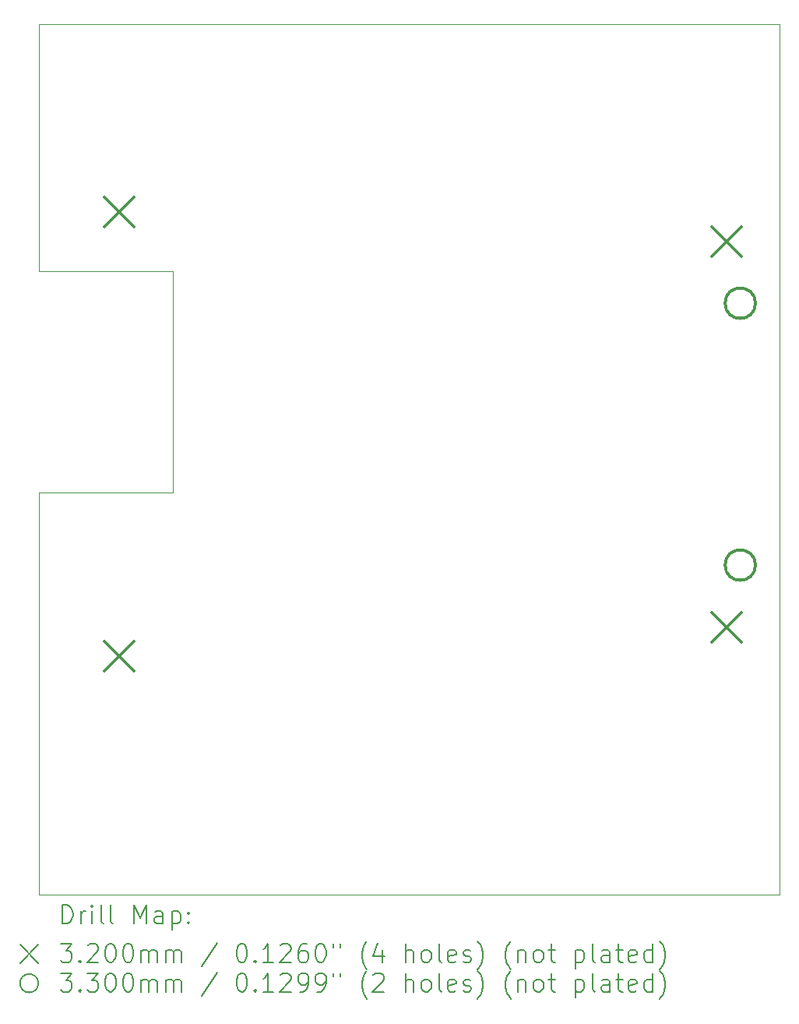
<source format=gbr>
%TF.GenerationSoftware,KiCad,Pcbnew,8.0.5-dirty*%
%TF.CreationDate,2024-10-02T03:34:58-04:00*%
%TF.ProjectId,LVDS_BeagleVFire_Cape,4c564453-5f42-4656-9167-6c6556466972,1*%
%TF.SameCoordinates,Original*%
%TF.FileFunction,Drillmap*%
%TF.FilePolarity,Positive*%
%FSLAX45Y45*%
G04 Gerber Fmt 4.5, Leading zero omitted, Abs format (unit mm)*
G04 Created by KiCad (PCBNEW 8.0.5-dirty) date 2024-10-02 03:34:58*
%MOMM*%
%LPD*%
G01*
G04 APERTURE LIST*
%ADD10C,0.120000*%
%ADD11C,0.200000*%
%ADD12C,0.320000*%
%ADD13C,0.330000*%
G04 APERTURE END LIST*
D10*
X13050000Y-15000000D02*
X5000000Y-15000000D01*
X5000000Y-10635500D01*
X6460500Y-10635500D01*
X6460500Y-8231000D01*
X5000000Y-8231000D01*
X5000000Y-5550000D01*
X13050000Y-5550000D01*
X13050000Y-15000000D01*
D11*
D12*
X5715000Y-7427500D02*
X6035000Y-7747500D01*
X6035000Y-7427500D02*
X5715000Y-7747500D01*
X5715000Y-12253500D02*
X6035000Y-12573500D01*
X6035000Y-12253500D02*
X5715000Y-12573500D01*
X12319000Y-7745000D02*
X12639000Y-8065000D01*
X12639000Y-7745000D02*
X12319000Y-8065000D01*
X12319000Y-11936000D02*
X12639000Y-12256000D01*
X12639000Y-11936000D02*
X12319000Y-12256000D01*
D13*
X12790000Y-8577500D02*
G75*
G02*
X12460000Y-8577500I-165000J0D01*
G01*
X12460000Y-8577500D02*
G75*
G02*
X12790000Y-8577500I165000J0D01*
G01*
X12790000Y-11422500D02*
G75*
G02*
X12460000Y-11422500I-165000J0D01*
G01*
X12460000Y-11422500D02*
G75*
G02*
X12790000Y-11422500I165000J0D01*
G01*
D11*
X5254777Y-15317484D02*
X5254777Y-15117484D01*
X5254777Y-15117484D02*
X5302396Y-15117484D01*
X5302396Y-15117484D02*
X5330967Y-15127008D01*
X5330967Y-15127008D02*
X5350015Y-15146055D01*
X5350015Y-15146055D02*
X5359539Y-15165103D01*
X5359539Y-15165103D02*
X5369063Y-15203198D01*
X5369063Y-15203198D02*
X5369063Y-15231769D01*
X5369063Y-15231769D02*
X5359539Y-15269865D01*
X5359539Y-15269865D02*
X5350015Y-15288912D01*
X5350015Y-15288912D02*
X5330967Y-15307960D01*
X5330967Y-15307960D02*
X5302396Y-15317484D01*
X5302396Y-15317484D02*
X5254777Y-15317484D01*
X5454777Y-15317484D02*
X5454777Y-15184150D01*
X5454777Y-15222246D02*
X5464301Y-15203198D01*
X5464301Y-15203198D02*
X5473824Y-15193674D01*
X5473824Y-15193674D02*
X5492872Y-15184150D01*
X5492872Y-15184150D02*
X5511920Y-15184150D01*
X5578586Y-15317484D02*
X5578586Y-15184150D01*
X5578586Y-15117484D02*
X5569063Y-15127008D01*
X5569063Y-15127008D02*
X5578586Y-15136531D01*
X5578586Y-15136531D02*
X5588110Y-15127008D01*
X5588110Y-15127008D02*
X5578586Y-15117484D01*
X5578586Y-15117484D02*
X5578586Y-15136531D01*
X5702396Y-15317484D02*
X5683348Y-15307960D01*
X5683348Y-15307960D02*
X5673824Y-15288912D01*
X5673824Y-15288912D02*
X5673824Y-15117484D01*
X5807158Y-15317484D02*
X5788110Y-15307960D01*
X5788110Y-15307960D02*
X5778586Y-15288912D01*
X5778586Y-15288912D02*
X5778586Y-15117484D01*
X6035729Y-15317484D02*
X6035729Y-15117484D01*
X6035729Y-15117484D02*
X6102396Y-15260341D01*
X6102396Y-15260341D02*
X6169062Y-15117484D01*
X6169062Y-15117484D02*
X6169062Y-15317484D01*
X6350015Y-15317484D02*
X6350015Y-15212722D01*
X6350015Y-15212722D02*
X6340491Y-15193674D01*
X6340491Y-15193674D02*
X6321443Y-15184150D01*
X6321443Y-15184150D02*
X6283348Y-15184150D01*
X6283348Y-15184150D02*
X6264301Y-15193674D01*
X6350015Y-15307960D02*
X6330967Y-15317484D01*
X6330967Y-15317484D02*
X6283348Y-15317484D01*
X6283348Y-15317484D02*
X6264301Y-15307960D01*
X6264301Y-15307960D02*
X6254777Y-15288912D01*
X6254777Y-15288912D02*
X6254777Y-15269865D01*
X6254777Y-15269865D02*
X6264301Y-15250817D01*
X6264301Y-15250817D02*
X6283348Y-15241293D01*
X6283348Y-15241293D02*
X6330967Y-15241293D01*
X6330967Y-15241293D02*
X6350015Y-15231769D01*
X6445253Y-15184150D02*
X6445253Y-15384150D01*
X6445253Y-15193674D02*
X6464301Y-15184150D01*
X6464301Y-15184150D02*
X6502396Y-15184150D01*
X6502396Y-15184150D02*
X6521443Y-15193674D01*
X6521443Y-15193674D02*
X6530967Y-15203198D01*
X6530967Y-15203198D02*
X6540491Y-15222246D01*
X6540491Y-15222246D02*
X6540491Y-15279388D01*
X6540491Y-15279388D02*
X6530967Y-15298436D01*
X6530967Y-15298436D02*
X6521443Y-15307960D01*
X6521443Y-15307960D02*
X6502396Y-15317484D01*
X6502396Y-15317484D02*
X6464301Y-15317484D01*
X6464301Y-15317484D02*
X6445253Y-15307960D01*
X6626205Y-15298436D02*
X6635729Y-15307960D01*
X6635729Y-15307960D02*
X6626205Y-15317484D01*
X6626205Y-15317484D02*
X6616682Y-15307960D01*
X6616682Y-15307960D02*
X6626205Y-15298436D01*
X6626205Y-15298436D02*
X6626205Y-15317484D01*
X6626205Y-15193674D02*
X6635729Y-15203198D01*
X6635729Y-15203198D02*
X6626205Y-15212722D01*
X6626205Y-15212722D02*
X6616682Y-15203198D01*
X6616682Y-15203198D02*
X6626205Y-15193674D01*
X6626205Y-15193674D02*
X6626205Y-15212722D01*
X4794000Y-15546000D02*
X4994000Y-15746000D01*
X4994000Y-15546000D02*
X4794000Y-15746000D01*
X5235729Y-15537484D02*
X5359539Y-15537484D01*
X5359539Y-15537484D02*
X5292872Y-15613674D01*
X5292872Y-15613674D02*
X5321444Y-15613674D01*
X5321444Y-15613674D02*
X5340491Y-15623198D01*
X5340491Y-15623198D02*
X5350015Y-15632722D01*
X5350015Y-15632722D02*
X5359539Y-15651769D01*
X5359539Y-15651769D02*
X5359539Y-15699388D01*
X5359539Y-15699388D02*
X5350015Y-15718436D01*
X5350015Y-15718436D02*
X5340491Y-15727960D01*
X5340491Y-15727960D02*
X5321444Y-15737484D01*
X5321444Y-15737484D02*
X5264301Y-15737484D01*
X5264301Y-15737484D02*
X5245253Y-15727960D01*
X5245253Y-15727960D02*
X5235729Y-15718436D01*
X5445253Y-15718436D02*
X5454777Y-15727960D01*
X5454777Y-15727960D02*
X5445253Y-15737484D01*
X5445253Y-15737484D02*
X5435729Y-15727960D01*
X5435729Y-15727960D02*
X5445253Y-15718436D01*
X5445253Y-15718436D02*
X5445253Y-15737484D01*
X5530967Y-15556531D02*
X5540491Y-15547008D01*
X5540491Y-15547008D02*
X5559539Y-15537484D01*
X5559539Y-15537484D02*
X5607158Y-15537484D01*
X5607158Y-15537484D02*
X5626205Y-15547008D01*
X5626205Y-15547008D02*
X5635729Y-15556531D01*
X5635729Y-15556531D02*
X5645253Y-15575579D01*
X5645253Y-15575579D02*
X5645253Y-15594627D01*
X5645253Y-15594627D02*
X5635729Y-15623198D01*
X5635729Y-15623198D02*
X5521444Y-15737484D01*
X5521444Y-15737484D02*
X5645253Y-15737484D01*
X5769062Y-15537484D02*
X5788110Y-15537484D01*
X5788110Y-15537484D02*
X5807158Y-15547008D01*
X5807158Y-15547008D02*
X5816682Y-15556531D01*
X5816682Y-15556531D02*
X5826205Y-15575579D01*
X5826205Y-15575579D02*
X5835729Y-15613674D01*
X5835729Y-15613674D02*
X5835729Y-15661293D01*
X5835729Y-15661293D02*
X5826205Y-15699388D01*
X5826205Y-15699388D02*
X5816682Y-15718436D01*
X5816682Y-15718436D02*
X5807158Y-15727960D01*
X5807158Y-15727960D02*
X5788110Y-15737484D01*
X5788110Y-15737484D02*
X5769062Y-15737484D01*
X5769062Y-15737484D02*
X5750015Y-15727960D01*
X5750015Y-15727960D02*
X5740491Y-15718436D01*
X5740491Y-15718436D02*
X5730967Y-15699388D01*
X5730967Y-15699388D02*
X5721443Y-15661293D01*
X5721443Y-15661293D02*
X5721443Y-15613674D01*
X5721443Y-15613674D02*
X5730967Y-15575579D01*
X5730967Y-15575579D02*
X5740491Y-15556531D01*
X5740491Y-15556531D02*
X5750015Y-15547008D01*
X5750015Y-15547008D02*
X5769062Y-15537484D01*
X5959539Y-15537484D02*
X5978586Y-15537484D01*
X5978586Y-15537484D02*
X5997634Y-15547008D01*
X5997634Y-15547008D02*
X6007158Y-15556531D01*
X6007158Y-15556531D02*
X6016682Y-15575579D01*
X6016682Y-15575579D02*
X6026205Y-15613674D01*
X6026205Y-15613674D02*
X6026205Y-15661293D01*
X6026205Y-15661293D02*
X6016682Y-15699388D01*
X6016682Y-15699388D02*
X6007158Y-15718436D01*
X6007158Y-15718436D02*
X5997634Y-15727960D01*
X5997634Y-15727960D02*
X5978586Y-15737484D01*
X5978586Y-15737484D02*
X5959539Y-15737484D01*
X5959539Y-15737484D02*
X5940491Y-15727960D01*
X5940491Y-15727960D02*
X5930967Y-15718436D01*
X5930967Y-15718436D02*
X5921443Y-15699388D01*
X5921443Y-15699388D02*
X5911920Y-15661293D01*
X5911920Y-15661293D02*
X5911920Y-15613674D01*
X5911920Y-15613674D02*
X5921443Y-15575579D01*
X5921443Y-15575579D02*
X5930967Y-15556531D01*
X5930967Y-15556531D02*
X5940491Y-15547008D01*
X5940491Y-15547008D02*
X5959539Y-15537484D01*
X6111920Y-15737484D02*
X6111920Y-15604150D01*
X6111920Y-15623198D02*
X6121443Y-15613674D01*
X6121443Y-15613674D02*
X6140491Y-15604150D01*
X6140491Y-15604150D02*
X6169063Y-15604150D01*
X6169063Y-15604150D02*
X6188110Y-15613674D01*
X6188110Y-15613674D02*
X6197634Y-15632722D01*
X6197634Y-15632722D02*
X6197634Y-15737484D01*
X6197634Y-15632722D02*
X6207158Y-15613674D01*
X6207158Y-15613674D02*
X6226205Y-15604150D01*
X6226205Y-15604150D02*
X6254777Y-15604150D01*
X6254777Y-15604150D02*
X6273824Y-15613674D01*
X6273824Y-15613674D02*
X6283348Y-15632722D01*
X6283348Y-15632722D02*
X6283348Y-15737484D01*
X6378586Y-15737484D02*
X6378586Y-15604150D01*
X6378586Y-15623198D02*
X6388110Y-15613674D01*
X6388110Y-15613674D02*
X6407158Y-15604150D01*
X6407158Y-15604150D02*
X6435729Y-15604150D01*
X6435729Y-15604150D02*
X6454777Y-15613674D01*
X6454777Y-15613674D02*
X6464301Y-15632722D01*
X6464301Y-15632722D02*
X6464301Y-15737484D01*
X6464301Y-15632722D02*
X6473824Y-15613674D01*
X6473824Y-15613674D02*
X6492872Y-15604150D01*
X6492872Y-15604150D02*
X6521443Y-15604150D01*
X6521443Y-15604150D02*
X6540491Y-15613674D01*
X6540491Y-15613674D02*
X6550015Y-15632722D01*
X6550015Y-15632722D02*
X6550015Y-15737484D01*
X6940491Y-15527960D02*
X6769063Y-15785103D01*
X7197634Y-15537484D02*
X7216682Y-15537484D01*
X7216682Y-15537484D02*
X7235729Y-15547008D01*
X7235729Y-15547008D02*
X7245253Y-15556531D01*
X7245253Y-15556531D02*
X7254777Y-15575579D01*
X7254777Y-15575579D02*
X7264301Y-15613674D01*
X7264301Y-15613674D02*
X7264301Y-15661293D01*
X7264301Y-15661293D02*
X7254777Y-15699388D01*
X7254777Y-15699388D02*
X7245253Y-15718436D01*
X7245253Y-15718436D02*
X7235729Y-15727960D01*
X7235729Y-15727960D02*
X7216682Y-15737484D01*
X7216682Y-15737484D02*
X7197634Y-15737484D01*
X7197634Y-15737484D02*
X7178586Y-15727960D01*
X7178586Y-15727960D02*
X7169063Y-15718436D01*
X7169063Y-15718436D02*
X7159539Y-15699388D01*
X7159539Y-15699388D02*
X7150015Y-15661293D01*
X7150015Y-15661293D02*
X7150015Y-15613674D01*
X7150015Y-15613674D02*
X7159539Y-15575579D01*
X7159539Y-15575579D02*
X7169063Y-15556531D01*
X7169063Y-15556531D02*
X7178586Y-15547008D01*
X7178586Y-15547008D02*
X7197634Y-15537484D01*
X7350015Y-15718436D02*
X7359539Y-15727960D01*
X7359539Y-15727960D02*
X7350015Y-15737484D01*
X7350015Y-15737484D02*
X7340491Y-15727960D01*
X7340491Y-15727960D02*
X7350015Y-15718436D01*
X7350015Y-15718436D02*
X7350015Y-15737484D01*
X7550015Y-15737484D02*
X7435729Y-15737484D01*
X7492872Y-15737484D02*
X7492872Y-15537484D01*
X7492872Y-15537484D02*
X7473825Y-15566055D01*
X7473825Y-15566055D02*
X7454777Y-15585103D01*
X7454777Y-15585103D02*
X7435729Y-15594627D01*
X7626206Y-15556531D02*
X7635729Y-15547008D01*
X7635729Y-15547008D02*
X7654777Y-15537484D01*
X7654777Y-15537484D02*
X7702396Y-15537484D01*
X7702396Y-15537484D02*
X7721444Y-15547008D01*
X7721444Y-15547008D02*
X7730967Y-15556531D01*
X7730967Y-15556531D02*
X7740491Y-15575579D01*
X7740491Y-15575579D02*
X7740491Y-15594627D01*
X7740491Y-15594627D02*
X7730967Y-15623198D01*
X7730967Y-15623198D02*
X7616682Y-15737484D01*
X7616682Y-15737484D02*
X7740491Y-15737484D01*
X7911920Y-15537484D02*
X7873825Y-15537484D01*
X7873825Y-15537484D02*
X7854777Y-15547008D01*
X7854777Y-15547008D02*
X7845253Y-15556531D01*
X7845253Y-15556531D02*
X7826206Y-15585103D01*
X7826206Y-15585103D02*
X7816682Y-15623198D01*
X7816682Y-15623198D02*
X7816682Y-15699388D01*
X7816682Y-15699388D02*
X7826206Y-15718436D01*
X7826206Y-15718436D02*
X7835729Y-15727960D01*
X7835729Y-15727960D02*
X7854777Y-15737484D01*
X7854777Y-15737484D02*
X7892872Y-15737484D01*
X7892872Y-15737484D02*
X7911920Y-15727960D01*
X7911920Y-15727960D02*
X7921444Y-15718436D01*
X7921444Y-15718436D02*
X7930967Y-15699388D01*
X7930967Y-15699388D02*
X7930967Y-15651769D01*
X7930967Y-15651769D02*
X7921444Y-15632722D01*
X7921444Y-15632722D02*
X7911920Y-15623198D01*
X7911920Y-15623198D02*
X7892872Y-15613674D01*
X7892872Y-15613674D02*
X7854777Y-15613674D01*
X7854777Y-15613674D02*
X7835729Y-15623198D01*
X7835729Y-15623198D02*
X7826206Y-15632722D01*
X7826206Y-15632722D02*
X7816682Y-15651769D01*
X8054777Y-15537484D02*
X8073825Y-15537484D01*
X8073825Y-15537484D02*
X8092872Y-15547008D01*
X8092872Y-15547008D02*
X8102396Y-15556531D01*
X8102396Y-15556531D02*
X8111920Y-15575579D01*
X8111920Y-15575579D02*
X8121444Y-15613674D01*
X8121444Y-15613674D02*
X8121444Y-15661293D01*
X8121444Y-15661293D02*
X8111920Y-15699388D01*
X8111920Y-15699388D02*
X8102396Y-15718436D01*
X8102396Y-15718436D02*
X8092872Y-15727960D01*
X8092872Y-15727960D02*
X8073825Y-15737484D01*
X8073825Y-15737484D02*
X8054777Y-15737484D01*
X8054777Y-15737484D02*
X8035729Y-15727960D01*
X8035729Y-15727960D02*
X8026206Y-15718436D01*
X8026206Y-15718436D02*
X8016682Y-15699388D01*
X8016682Y-15699388D02*
X8007158Y-15661293D01*
X8007158Y-15661293D02*
X8007158Y-15613674D01*
X8007158Y-15613674D02*
X8016682Y-15575579D01*
X8016682Y-15575579D02*
X8026206Y-15556531D01*
X8026206Y-15556531D02*
X8035729Y-15547008D01*
X8035729Y-15547008D02*
X8054777Y-15537484D01*
X8197634Y-15537484D02*
X8197634Y-15575579D01*
X8273825Y-15537484D02*
X8273825Y-15575579D01*
X8569063Y-15813674D02*
X8559539Y-15804150D01*
X8559539Y-15804150D02*
X8540491Y-15775579D01*
X8540491Y-15775579D02*
X8530968Y-15756531D01*
X8530968Y-15756531D02*
X8521444Y-15727960D01*
X8521444Y-15727960D02*
X8511920Y-15680341D01*
X8511920Y-15680341D02*
X8511920Y-15642246D01*
X8511920Y-15642246D02*
X8521444Y-15594627D01*
X8521444Y-15594627D02*
X8530968Y-15566055D01*
X8530968Y-15566055D02*
X8540491Y-15547008D01*
X8540491Y-15547008D02*
X8559539Y-15518436D01*
X8559539Y-15518436D02*
X8569063Y-15508912D01*
X8730968Y-15604150D02*
X8730968Y-15737484D01*
X8683349Y-15527960D02*
X8635730Y-15670817D01*
X8635730Y-15670817D02*
X8759539Y-15670817D01*
X8988111Y-15737484D02*
X8988111Y-15537484D01*
X9073825Y-15737484D02*
X9073825Y-15632722D01*
X9073825Y-15632722D02*
X9064301Y-15613674D01*
X9064301Y-15613674D02*
X9045253Y-15604150D01*
X9045253Y-15604150D02*
X9016682Y-15604150D01*
X9016682Y-15604150D02*
X8997634Y-15613674D01*
X8997634Y-15613674D02*
X8988111Y-15623198D01*
X9197634Y-15737484D02*
X9178587Y-15727960D01*
X9178587Y-15727960D02*
X9169063Y-15718436D01*
X9169063Y-15718436D02*
X9159539Y-15699388D01*
X9159539Y-15699388D02*
X9159539Y-15642246D01*
X9159539Y-15642246D02*
X9169063Y-15623198D01*
X9169063Y-15623198D02*
X9178587Y-15613674D01*
X9178587Y-15613674D02*
X9197634Y-15604150D01*
X9197634Y-15604150D02*
X9226206Y-15604150D01*
X9226206Y-15604150D02*
X9245253Y-15613674D01*
X9245253Y-15613674D02*
X9254777Y-15623198D01*
X9254777Y-15623198D02*
X9264301Y-15642246D01*
X9264301Y-15642246D02*
X9264301Y-15699388D01*
X9264301Y-15699388D02*
X9254777Y-15718436D01*
X9254777Y-15718436D02*
X9245253Y-15727960D01*
X9245253Y-15727960D02*
X9226206Y-15737484D01*
X9226206Y-15737484D02*
X9197634Y-15737484D01*
X9378587Y-15737484D02*
X9359539Y-15727960D01*
X9359539Y-15727960D02*
X9350015Y-15708912D01*
X9350015Y-15708912D02*
X9350015Y-15537484D01*
X9530968Y-15727960D02*
X9511920Y-15737484D01*
X9511920Y-15737484D02*
X9473825Y-15737484D01*
X9473825Y-15737484D02*
X9454777Y-15727960D01*
X9454777Y-15727960D02*
X9445253Y-15708912D01*
X9445253Y-15708912D02*
X9445253Y-15632722D01*
X9445253Y-15632722D02*
X9454777Y-15613674D01*
X9454777Y-15613674D02*
X9473825Y-15604150D01*
X9473825Y-15604150D02*
X9511920Y-15604150D01*
X9511920Y-15604150D02*
X9530968Y-15613674D01*
X9530968Y-15613674D02*
X9540492Y-15632722D01*
X9540492Y-15632722D02*
X9540492Y-15651769D01*
X9540492Y-15651769D02*
X9445253Y-15670817D01*
X9616682Y-15727960D02*
X9635730Y-15737484D01*
X9635730Y-15737484D02*
X9673825Y-15737484D01*
X9673825Y-15737484D02*
X9692873Y-15727960D01*
X9692873Y-15727960D02*
X9702396Y-15708912D01*
X9702396Y-15708912D02*
X9702396Y-15699388D01*
X9702396Y-15699388D02*
X9692873Y-15680341D01*
X9692873Y-15680341D02*
X9673825Y-15670817D01*
X9673825Y-15670817D02*
X9645253Y-15670817D01*
X9645253Y-15670817D02*
X9626206Y-15661293D01*
X9626206Y-15661293D02*
X9616682Y-15642246D01*
X9616682Y-15642246D02*
X9616682Y-15632722D01*
X9616682Y-15632722D02*
X9626206Y-15613674D01*
X9626206Y-15613674D02*
X9645253Y-15604150D01*
X9645253Y-15604150D02*
X9673825Y-15604150D01*
X9673825Y-15604150D02*
X9692873Y-15613674D01*
X9769063Y-15813674D02*
X9778587Y-15804150D01*
X9778587Y-15804150D02*
X9797634Y-15775579D01*
X9797634Y-15775579D02*
X9807158Y-15756531D01*
X9807158Y-15756531D02*
X9816682Y-15727960D01*
X9816682Y-15727960D02*
X9826206Y-15680341D01*
X9826206Y-15680341D02*
X9826206Y-15642246D01*
X9826206Y-15642246D02*
X9816682Y-15594627D01*
X9816682Y-15594627D02*
X9807158Y-15566055D01*
X9807158Y-15566055D02*
X9797634Y-15547008D01*
X9797634Y-15547008D02*
X9778587Y-15518436D01*
X9778587Y-15518436D02*
X9769063Y-15508912D01*
X10130968Y-15813674D02*
X10121444Y-15804150D01*
X10121444Y-15804150D02*
X10102396Y-15775579D01*
X10102396Y-15775579D02*
X10092873Y-15756531D01*
X10092873Y-15756531D02*
X10083349Y-15727960D01*
X10083349Y-15727960D02*
X10073825Y-15680341D01*
X10073825Y-15680341D02*
X10073825Y-15642246D01*
X10073825Y-15642246D02*
X10083349Y-15594627D01*
X10083349Y-15594627D02*
X10092873Y-15566055D01*
X10092873Y-15566055D02*
X10102396Y-15547008D01*
X10102396Y-15547008D02*
X10121444Y-15518436D01*
X10121444Y-15518436D02*
X10130968Y-15508912D01*
X10207158Y-15604150D02*
X10207158Y-15737484D01*
X10207158Y-15623198D02*
X10216682Y-15613674D01*
X10216682Y-15613674D02*
X10235730Y-15604150D01*
X10235730Y-15604150D02*
X10264301Y-15604150D01*
X10264301Y-15604150D02*
X10283349Y-15613674D01*
X10283349Y-15613674D02*
X10292873Y-15632722D01*
X10292873Y-15632722D02*
X10292873Y-15737484D01*
X10416682Y-15737484D02*
X10397634Y-15727960D01*
X10397634Y-15727960D02*
X10388111Y-15718436D01*
X10388111Y-15718436D02*
X10378587Y-15699388D01*
X10378587Y-15699388D02*
X10378587Y-15642246D01*
X10378587Y-15642246D02*
X10388111Y-15623198D01*
X10388111Y-15623198D02*
X10397634Y-15613674D01*
X10397634Y-15613674D02*
X10416682Y-15604150D01*
X10416682Y-15604150D02*
X10445254Y-15604150D01*
X10445254Y-15604150D02*
X10464301Y-15613674D01*
X10464301Y-15613674D02*
X10473825Y-15623198D01*
X10473825Y-15623198D02*
X10483349Y-15642246D01*
X10483349Y-15642246D02*
X10483349Y-15699388D01*
X10483349Y-15699388D02*
X10473825Y-15718436D01*
X10473825Y-15718436D02*
X10464301Y-15727960D01*
X10464301Y-15727960D02*
X10445254Y-15737484D01*
X10445254Y-15737484D02*
X10416682Y-15737484D01*
X10540492Y-15604150D02*
X10616682Y-15604150D01*
X10569063Y-15537484D02*
X10569063Y-15708912D01*
X10569063Y-15708912D02*
X10578587Y-15727960D01*
X10578587Y-15727960D02*
X10597634Y-15737484D01*
X10597634Y-15737484D02*
X10616682Y-15737484D01*
X10835730Y-15604150D02*
X10835730Y-15804150D01*
X10835730Y-15613674D02*
X10854777Y-15604150D01*
X10854777Y-15604150D02*
X10892873Y-15604150D01*
X10892873Y-15604150D02*
X10911920Y-15613674D01*
X10911920Y-15613674D02*
X10921444Y-15623198D01*
X10921444Y-15623198D02*
X10930968Y-15642246D01*
X10930968Y-15642246D02*
X10930968Y-15699388D01*
X10930968Y-15699388D02*
X10921444Y-15718436D01*
X10921444Y-15718436D02*
X10911920Y-15727960D01*
X10911920Y-15727960D02*
X10892873Y-15737484D01*
X10892873Y-15737484D02*
X10854777Y-15737484D01*
X10854777Y-15737484D02*
X10835730Y-15727960D01*
X11045254Y-15737484D02*
X11026206Y-15727960D01*
X11026206Y-15727960D02*
X11016682Y-15708912D01*
X11016682Y-15708912D02*
X11016682Y-15537484D01*
X11207158Y-15737484D02*
X11207158Y-15632722D01*
X11207158Y-15632722D02*
X11197634Y-15613674D01*
X11197634Y-15613674D02*
X11178587Y-15604150D01*
X11178587Y-15604150D02*
X11140492Y-15604150D01*
X11140492Y-15604150D02*
X11121444Y-15613674D01*
X11207158Y-15727960D02*
X11188111Y-15737484D01*
X11188111Y-15737484D02*
X11140492Y-15737484D01*
X11140492Y-15737484D02*
X11121444Y-15727960D01*
X11121444Y-15727960D02*
X11111920Y-15708912D01*
X11111920Y-15708912D02*
X11111920Y-15689865D01*
X11111920Y-15689865D02*
X11121444Y-15670817D01*
X11121444Y-15670817D02*
X11140492Y-15661293D01*
X11140492Y-15661293D02*
X11188111Y-15661293D01*
X11188111Y-15661293D02*
X11207158Y-15651769D01*
X11273825Y-15604150D02*
X11350015Y-15604150D01*
X11302396Y-15537484D02*
X11302396Y-15708912D01*
X11302396Y-15708912D02*
X11311920Y-15727960D01*
X11311920Y-15727960D02*
X11330968Y-15737484D01*
X11330968Y-15737484D02*
X11350015Y-15737484D01*
X11492873Y-15727960D02*
X11473825Y-15737484D01*
X11473825Y-15737484D02*
X11435730Y-15737484D01*
X11435730Y-15737484D02*
X11416682Y-15727960D01*
X11416682Y-15727960D02*
X11407158Y-15708912D01*
X11407158Y-15708912D02*
X11407158Y-15632722D01*
X11407158Y-15632722D02*
X11416682Y-15613674D01*
X11416682Y-15613674D02*
X11435730Y-15604150D01*
X11435730Y-15604150D02*
X11473825Y-15604150D01*
X11473825Y-15604150D02*
X11492873Y-15613674D01*
X11492873Y-15613674D02*
X11502396Y-15632722D01*
X11502396Y-15632722D02*
X11502396Y-15651769D01*
X11502396Y-15651769D02*
X11407158Y-15670817D01*
X11673825Y-15737484D02*
X11673825Y-15537484D01*
X11673825Y-15727960D02*
X11654777Y-15737484D01*
X11654777Y-15737484D02*
X11616682Y-15737484D01*
X11616682Y-15737484D02*
X11597634Y-15727960D01*
X11597634Y-15727960D02*
X11588111Y-15718436D01*
X11588111Y-15718436D02*
X11578587Y-15699388D01*
X11578587Y-15699388D02*
X11578587Y-15642246D01*
X11578587Y-15642246D02*
X11588111Y-15623198D01*
X11588111Y-15623198D02*
X11597634Y-15613674D01*
X11597634Y-15613674D02*
X11616682Y-15604150D01*
X11616682Y-15604150D02*
X11654777Y-15604150D01*
X11654777Y-15604150D02*
X11673825Y-15613674D01*
X11750015Y-15813674D02*
X11759539Y-15804150D01*
X11759539Y-15804150D02*
X11778587Y-15775579D01*
X11778587Y-15775579D02*
X11788111Y-15756531D01*
X11788111Y-15756531D02*
X11797634Y-15727960D01*
X11797634Y-15727960D02*
X11807158Y-15680341D01*
X11807158Y-15680341D02*
X11807158Y-15642246D01*
X11807158Y-15642246D02*
X11797634Y-15594627D01*
X11797634Y-15594627D02*
X11788111Y-15566055D01*
X11788111Y-15566055D02*
X11778587Y-15547008D01*
X11778587Y-15547008D02*
X11759539Y-15518436D01*
X11759539Y-15518436D02*
X11750015Y-15508912D01*
X4994000Y-15966000D02*
G75*
G02*
X4794000Y-15966000I-100000J0D01*
G01*
X4794000Y-15966000D02*
G75*
G02*
X4994000Y-15966000I100000J0D01*
G01*
X5235729Y-15857484D02*
X5359539Y-15857484D01*
X5359539Y-15857484D02*
X5292872Y-15933674D01*
X5292872Y-15933674D02*
X5321444Y-15933674D01*
X5321444Y-15933674D02*
X5340491Y-15943198D01*
X5340491Y-15943198D02*
X5350015Y-15952722D01*
X5350015Y-15952722D02*
X5359539Y-15971769D01*
X5359539Y-15971769D02*
X5359539Y-16019388D01*
X5359539Y-16019388D02*
X5350015Y-16038436D01*
X5350015Y-16038436D02*
X5340491Y-16047960D01*
X5340491Y-16047960D02*
X5321444Y-16057484D01*
X5321444Y-16057484D02*
X5264301Y-16057484D01*
X5264301Y-16057484D02*
X5245253Y-16047960D01*
X5245253Y-16047960D02*
X5235729Y-16038436D01*
X5445253Y-16038436D02*
X5454777Y-16047960D01*
X5454777Y-16047960D02*
X5445253Y-16057484D01*
X5445253Y-16057484D02*
X5435729Y-16047960D01*
X5435729Y-16047960D02*
X5445253Y-16038436D01*
X5445253Y-16038436D02*
X5445253Y-16057484D01*
X5521444Y-15857484D02*
X5645253Y-15857484D01*
X5645253Y-15857484D02*
X5578586Y-15933674D01*
X5578586Y-15933674D02*
X5607158Y-15933674D01*
X5607158Y-15933674D02*
X5626205Y-15943198D01*
X5626205Y-15943198D02*
X5635729Y-15952722D01*
X5635729Y-15952722D02*
X5645253Y-15971769D01*
X5645253Y-15971769D02*
X5645253Y-16019388D01*
X5645253Y-16019388D02*
X5635729Y-16038436D01*
X5635729Y-16038436D02*
X5626205Y-16047960D01*
X5626205Y-16047960D02*
X5607158Y-16057484D01*
X5607158Y-16057484D02*
X5550015Y-16057484D01*
X5550015Y-16057484D02*
X5530967Y-16047960D01*
X5530967Y-16047960D02*
X5521444Y-16038436D01*
X5769062Y-15857484D02*
X5788110Y-15857484D01*
X5788110Y-15857484D02*
X5807158Y-15867008D01*
X5807158Y-15867008D02*
X5816682Y-15876531D01*
X5816682Y-15876531D02*
X5826205Y-15895579D01*
X5826205Y-15895579D02*
X5835729Y-15933674D01*
X5835729Y-15933674D02*
X5835729Y-15981293D01*
X5835729Y-15981293D02*
X5826205Y-16019388D01*
X5826205Y-16019388D02*
X5816682Y-16038436D01*
X5816682Y-16038436D02*
X5807158Y-16047960D01*
X5807158Y-16047960D02*
X5788110Y-16057484D01*
X5788110Y-16057484D02*
X5769062Y-16057484D01*
X5769062Y-16057484D02*
X5750015Y-16047960D01*
X5750015Y-16047960D02*
X5740491Y-16038436D01*
X5740491Y-16038436D02*
X5730967Y-16019388D01*
X5730967Y-16019388D02*
X5721443Y-15981293D01*
X5721443Y-15981293D02*
X5721443Y-15933674D01*
X5721443Y-15933674D02*
X5730967Y-15895579D01*
X5730967Y-15895579D02*
X5740491Y-15876531D01*
X5740491Y-15876531D02*
X5750015Y-15867008D01*
X5750015Y-15867008D02*
X5769062Y-15857484D01*
X5959539Y-15857484D02*
X5978586Y-15857484D01*
X5978586Y-15857484D02*
X5997634Y-15867008D01*
X5997634Y-15867008D02*
X6007158Y-15876531D01*
X6007158Y-15876531D02*
X6016682Y-15895579D01*
X6016682Y-15895579D02*
X6026205Y-15933674D01*
X6026205Y-15933674D02*
X6026205Y-15981293D01*
X6026205Y-15981293D02*
X6016682Y-16019388D01*
X6016682Y-16019388D02*
X6007158Y-16038436D01*
X6007158Y-16038436D02*
X5997634Y-16047960D01*
X5997634Y-16047960D02*
X5978586Y-16057484D01*
X5978586Y-16057484D02*
X5959539Y-16057484D01*
X5959539Y-16057484D02*
X5940491Y-16047960D01*
X5940491Y-16047960D02*
X5930967Y-16038436D01*
X5930967Y-16038436D02*
X5921443Y-16019388D01*
X5921443Y-16019388D02*
X5911920Y-15981293D01*
X5911920Y-15981293D02*
X5911920Y-15933674D01*
X5911920Y-15933674D02*
X5921443Y-15895579D01*
X5921443Y-15895579D02*
X5930967Y-15876531D01*
X5930967Y-15876531D02*
X5940491Y-15867008D01*
X5940491Y-15867008D02*
X5959539Y-15857484D01*
X6111920Y-16057484D02*
X6111920Y-15924150D01*
X6111920Y-15943198D02*
X6121443Y-15933674D01*
X6121443Y-15933674D02*
X6140491Y-15924150D01*
X6140491Y-15924150D02*
X6169063Y-15924150D01*
X6169063Y-15924150D02*
X6188110Y-15933674D01*
X6188110Y-15933674D02*
X6197634Y-15952722D01*
X6197634Y-15952722D02*
X6197634Y-16057484D01*
X6197634Y-15952722D02*
X6207158Y-15933674D01*
X6207158Y-15933674D02*
X6226205Y-15924150D01*
X6226205Y-15924150D02*
X6254777Y-15924150D01*
X6254777Y-15924150D02*
X6273824Y-15933674D01*
X6273824Y-15933674D02*
X6283348Y-15952722D01*
X6283348Y-15952722D02*
X6283348Y-16057484D01*
X6378586Y-16057484D02*
X6378586Y-15924150D01*
X6378586Y-15943198D02*
X6388110Y-15933674D01*
X6388110Y-15933674D02*
X6407158Y-15924150D01*
X6407158Y-15924150D02*
X6435729Y-15924150D01*
X6435729Y-15924150D02*
X6454777Y-15933674D01*
X6454777Y-15933674D02*
X6464301Y-15952722D01*
X6464301Y-15952722D02*
X6464301Y-16057484D01*
X6464301Y-15952722D02*
X6473824Y-15933674D01*
X6473824Y-15933674D02*
X6492872Y-15924150D01*
X6492872Y-15924150D02*
X6521443Y-15924150D01*
X6521443Y-15924150D02*
X6540491Y-15933674D01*
X6540491Y-15933674D02*
X6550015Y-15952722D01*
X6550015Y-15952722D02*
X6550015Y-16057484D01*
X6940491Y-15847960D02*
X6769063Y-16105103D01*
X7197634Y-15857484D02*
X7216682Y-15857484D01*
X7216682Y-15857484D02*
X7235729Y-15867008D01*
X7235729Y-15867008D02*
X7245253Y-15876531D01*
X7245253Y-15876531D02*
X7254777Y-15895579D01*
X7254777Y-15895579D02*
X7264301Y-15933674D01*
X7264301Y-15933674D02*
X7264301Y-15981293D01*
X7264301Y-15981293D02*
X7254777Y-16019388D01*
X7254777Y-16019388D02*
X7245253Y-16038436D01*
X7245253Y-16038436D02*
X7235729Y-16047960D01*
X7235729Y-16047960D02*
X7216682Y-16057484D01*
X7216682Y-16057484D02*
X7197634Y-16057484D01*
X7197634Y-16057484D02*
X7178586Y-16047960D01*
X7178586Y-16047960D02*
X7169063Y-16038436D01*
X7169063Y-16038436D02*
X7159539Y-16019388D01*
X7159539Y-16019388D02*
X7150015Y-15981293D01*
X7150015Y-15981293D02*
X7150015Y-15933674D01*
X7150015Y-15933674D02*
X7159539Y-15895579D01*
X7159539Y-15895579D02*
X7169063Y-15876531D01*
X7169063Y-15876531D02*
X7178586Y-15867008D01*
X7178586Y-15867008D02*
X7197634Y-15857484D01*
X7350015Y-16038436D02*
X7359539Y-16047960D01*
X7359539Y-16047960D02*
X7350015Y-16057484D01*
X7350015Y-16057484D02*
X7340491Y-16047960D01*
X7340491Y-16047960D02*
X7350015Y-16038436D01*
X7350015Y-16038436D02*
X7350015Y-16057484D01*
X7550015Y-16057484D02*
X7435729Y-16057484D01*
X7492872Y-16057484D02*
X7492872Y-15857484D01*
X7492872Y-15857484D02*
X7473825Y-15886055D01*
X7473825Y-15886055D02*
X7454777Y-15905103D01*
X7454777Y-15905103D02*
X7435729Y-15914627D01*
X7626206Y-15876531D02*
X7635729Y-15867008D01*
X7635729Y-15867008D02*
X7654777Y-15857484D01*
X7654777Y-15857484D02*
X7702396Y-15857484D01*
X7702396Y-15857484D02*
X7721444Y-15867008D01*
X7721444Y-15867008D02*
X7730967Y-15876531D01*
X7730967Y-15876531D02*
X7740491Y-15895579D01*
X7740491Y-15895579D02*
X7740491Y-15914627D01*
X7740491Y-15914627D02*
X7730967Y-15943198D01*
X7730967Y-15943198D02*
X7616682Y-16057484D01*
X7616682Y-16057484D02*
X7740491Y-16057484D01*
X7835729Y-16057484D02*
X7873825Y-16057484D01*
X7873825Y-16057484D02*
X7892872Y-16047960D01*
X7892872Y-16047960D02*
X7902396Y-16038436D01*
X7902396Y-16038436D02*
X7921444Y-16009865D01*
X7921444Y-16009865D02*
X7930967Y-15971769D01*
X7930967Y-15971769D02*
X7930967Y-15895579D01*
X7930967Y-15895579D02*
X7921444Y-15876531D01*
X7921444Y-15876531D02*
X7911920Y-15867008D01*
X7911920Y-15867008D02*
X7892872Y-15857484D01*
X7892872Y-15857484D02*
X7854777Y-15857484D01*
X7854777Y-15857484D02*
X7835729Y-15867008D01*
X7835729Y-15867008D02*
X7826206Y-15876531D01*
X7826206Y-15876531D02*
X7816682Y-15895579D01*
X7816682Y-15895579D02*
X7816682Y-15943198D01*
X7816682Y-15943198D02*
X7826206Y-15962246D01*
X7826206Y-15962246D02*
X7835729Y-15971769D01*
X7835729Y-15971769D02*
X7854777Y-15981293D01*
X7854777Y-15981293D02*
X7892872Y-15981293D01*
X7892872Y-15981293D02*
X7911920Y-15971769D01*
X7911920Y-15971769D02*
X7921444Y-15962246D01*
X7921444Y-15962246D02*
X7930967Y-15943198D01*
X8026206Y-16057484D02*
X8064301Y-16057484D01*
X8064301Y-16057484D02*
X8083348Y-16047960D01*
X8083348Y-16047960D02*
X8092872Y-16038436D01*
X8092872Y-16038436D02*
X8111920Y-16009865D01*
X8111920Y-16009865D02*
X8121444Y-15971769D01*
X8121444Y-15971769D02*
X8121444Y-15895579D01*
X8121444Y-15895579D02*
X8111920Y-15876531D01*
X8111920Y-15876531D02*
X8102396Y-15867008D01*
X8102396Y-15867008D02*
X8083348Y-15857484D01*
X8083348Y-15857484D02*
X8045253Y-15857484D01*
X8045253Y-15857484D02*
X8026206Y-15867008D01*
X8026206Y-15867008D02*
X8016682Y-15876531D01*
X8016682Y-15876531D02*
X8007158Y-15895579D01*
X8007158Y-15895579D02*
X8007158Y-15943198D01*
X8007158Y-15943198D02*
X8016682Y-15962246D01*
X8016682Y-15962246D02*
X8026206Y-15971769D01*
X8026206Y-15971769D02*
X8045253Y-15981293D01*
X8045253Y-15981293D02*
X8083348Y-15981293D01*
X8083348Y-15981293D02*
X8102396Y-15971769D01*
X8102396Y-15971769D02*
X8111920Y-15962246D01*
X8111920Y-15962246D02*
X8121444Y-15943198D01*
X8197634Y-15857484D02*
X8197634Y-15895579D01*
X8273825Y-15857484D02*
X8273825Y-15895579D01*
X8569063Y-16133674D02*
X8559539Y-16124150D01*
X8559539Y-16124150D02*
X8540491Y-16095579D01*
X8540491Y-16095579D02*
X8530968Y-16076531D01*
X8530968Y-16076531D02*
X8521444Y-16047960D01*
X8521444Y-16047960D02*
X8511920Y-16000341D01*
X8511920Y-16000341D02*
X8511920Y-15962246D01*
X8511920Y-15962246D02*
X8521444Y-15914627D01*
X8521444Y-15914627D02*
X8530968Y-15886055D01*
X8530968Y-15886055D02*
X8540491Y-15867008D01*
X8540491Y-15867008D02*
X8559539Y-15838436D01*
X8559539Y-15838436D02*
X8569063Y-15828912D01*
X8635730Y-15876531D02*
X8645253Y-15867008D01*
X8645253Y-15867008D02*
X8664301Y-15857484D01*
X8664301Y-15857484D02*
X8711920Y-15857484D01*
X8711920Y-15857484D02*
X8730968Y-15867008D01*
X8730968Y-15867008D02*
X8740491Y-15876531D01*
X8740491Y-15876531D02*
X8750015Y-15895579D01*
X8750015Y-15895579D02*
X8750015Y-15914627D01*
X8750015Y-15914627D02*
X8740491Y-15943198D01*
X8740491Y-15943198D02*
X8626206Y-16057484D01*
X8626206Y-16057484D02*
X8750015Y-16057484D01*
X8988111Y-16057484D02*
X8988111Y-15857484D01*
X9073825Y-16057484D02*
X9073825Y-15952722D01*
X9073825Y-15952722D02*
X9064301Y-15933674D01*
X9064301Y-15933674D02*
X9045253Y-15924150D01*
X9045253Y-15924150D02*
X9016682Y-15924150D01*
X9016682Y-15924150D02*
X8997634Y-15933674D01*
X8997634Y-15933674D02*
X8988111Y-15943198D01*
X9197634Y-16057484D02*
X9178587Y-16047960D01*
X9178587Y-16047960D02*
X9169063Y-16038436D01*
X9169063Y-16038436D02*
X9159539Y-16019388D01*
X9159539Y-16019388D02*
X9159539Y-15962246D01*
X9159539Y-15962246D02*
X9169063Y-15943198D01*
X9169063Y-15943198D02*
X9178587Y-15933674D01*
X9178587Y-15933674D02*
X9197634Y-15924150D01*
X9197634Y-15924150D02*
X9226206Y-15924150D01*
X9226206Y-15924150D02*
X9245253Y-15933674D01*
X9245253Y-15933674D02*
X9254777Y-15943198D01*
X9254777Y-15943198D02*
X9264301Y-15962246D01*
X9264301Y-15962246D02*
X9264301Y-16019388D01*
X9264301Y-16019388D02*
X9254777Y-16038436D01*
X9254777Y-16038436D02*
X9245253Y-16047960D01*
X9245253Y-16047960D02*
X9226206Y-16057484D01*
X9226206Y-16057484D02*
X9197634Y-16057484D01*
X9378587Y-16057484D02*
X9359539Y-16047960D01*
X9359539Y-16047960D02*
X9350015Y-16028912D01*
X9350015Y-16028912D02*
X9350015Y-15857484D01*
X9530968Y-16047960D02*
X9511920Y-16057484D01*
X9511920Y-16057484D02*
X9473825Y-16057484D01*
X9473825Y-16057484D02*
X9454777Y-16047960D01*
X9454777Y-16047960D02*
X9445253Y-16028912D01*
X9445253Y-16028912D02*
X9445253Y-15952722D01*
X9445253Y-15952722D02*
X9454777Y-15933674D01*
X9454777Y-15933674D02*
X9473825Y-15924150D01*
X9473825Y-15924150D02*
X9511920Y-15924150D01*
X9511920Y-15924150D02*
X9530968Y-15933674D01*
X9530968Y-15933674D02*
X9540492Y-15952722D01*
X9540492Y-15952722D02*
X9540492Y-15971769D01*
X9540492Y-15971769D02*
X9445253Y-15990817D01*
X9616682Y-16047960D02*
X9635730Y-16057484D01*
X9635730Y-16057484D02*
X9673825Y-16057484D01*
X9673825Y-16057484D02*
X9692873Y-16047960D01*
X9692873Y-16047960D02*
X9702396Y-16028912D01*
X9702396Y-16028912D02*
X9702396Y-16019388D01*
X9702396Y-16019388D02*
X9692873Y-16000341D01*
X9692873Y-16000341D02*
X9673825Y-15990817D01*
X9673825Y-15990817D02*
X9645253Y-15990817D01*
X9645253Y-15990817D02*
X9626206Y-15981293D01*
X9626206Y-15981293D02*
X9616682Y-15962246D01*
X9616682Y-15962246D02*
X9616682Y-15952722D01*
X9616682Y-15952722D02*
X9626206Y-15933674D01*
X9626206Y-15933674D02*
X9645253Y-15924150D01*
X9645253Y-15924150D02*
X9673825Y-15924150D01*
X9673825Y-15924150D02*
X9692873Y-15933674D01*
X9769063Y-16133674D02*
X9778587Y-16124150D01*
X9778587Y-16124150D02*
X9797634Y-16095579D01*
X9797634Y-16095579D02*
X9807158Y-16076531D01*
X9807158Y-16076531D02*
X9816682Y-16047960D01*
X9816682Y-16047960D02*
X9826206Y-16000341D01*
X9826206Y-16000341D02*
X9826206Y-15962246D01*
X9826206Y-15962246D02*
X9816682Y-15914627D01*
X9816682Y-15914627D02*
X9807158Y-15886055D01*
X9807158Y-15886055D02*
X9797634Y-15867008D01*
X9797634Y-15867008D02*
X9778587Y-15838436D01*
X9778587Y-15838436D02*
X9769063Y-15828912D01*
X10130968Y-16133674D02*
X10121444Y-16124150D01*
X10121444Y-16124150D02*
X10102396Y-16095579D01*
X10102396Y-16095579D02*
X10092873Y-16076531D01*
X10092873Y-16076531D02*
X10083349Y-16047960D01*
X10083349Y-16047960D02*
X10073825Y-16000341D01*
X10073825Y-16000341D02*
X10073825Y-15962246D01*
X10073825Y-15962246D02*
X10083349Y-15914627D01*
X10083349Y-15914627D02*
X10092873Y-15886055D01*
X10092873Y-15886055D02*
X10102396Y-15867008D01*
X10102396Y-15867008D02*
X10121444Y-15838436D01*
X10121444Y-15838436D02*
X10130968Y-15828912D01*
X10207158Y-15924150D02*
X10207158Y-16057484D01*
X10207158Y-15943198D02*
X10216682Y-15933674D01*
X10216682Y-15933674D02*
X10235730Y-15924150D01*
X10235730Y-15924150D02*
X10264301Y-15924150D01*
X10264301Y-15924150D02*
X10283349Y-15933674D01*
X10283349Y-15933674D02*
X10292873Y-15952722D01*
X10292873Y-15952722D02*
X10292873Y-16057484D01*
X10416682Y-16057484D02*
X10397634Y-16047960D01*
X10397634Y-16047960D02*
X10388111Y-16038436D01*
X10388111Y-16038436D02*
X10378587Y-16019388D01*
X10378587Y-16019388D02*
X10378587Y-15962246D01*
X10378587Y-15962246D02*
X10388111Y-15943198D01*
X10388111Y-15943198D02*
X10397634Y-15933674D01*
X10397634Y-15933674D02*
X10416682Y-15924150D01*
X10416682Y-15924150D02*
X10445254Y-15924150D01*
X10445254Y-15924150D02*
X10464301Y-15933674D01*
X10464301Y-15933674D02*
X10473825Y-15943198D01*
X10473825Y-15943198D02*
X10483349Y-15962246D01*
X10483349Y-15962246D02*
X10483349Y-16019388D01*
X10483349Y-16019388D02*
X10473825Y-16038436D01*
X10473825Y-16038436D02*
X10464301Y-16047960D01*
X10464301Y-16047960D02*
X10445254Y-16057484D01*
X10445254Y-16057484D02*
X10416682Y-16057484D01*
X10540492Y-15924150D02*
X10616682Y-15924150D01*
X10569063Y-15857484D02*
X10569063Y-16028912D01*
X10569063Y-16028912D02*
X10578587Y-16047960D01*
X10578587Y-16047960D02*
X10597634Y-16057484D01*
X10597634Y-16057484D02*
X10616682Y-16057484D01*
X10835730Y-15924150D02*
X10835730Y-16124150D01*
X10835730Y-15933674D02*
X10854777Y-15924150D01*
X10854777Y-15924150D02*
X10892873Y-15924150D01*
X10892873Y-15924150D02*
X10911920Y-15933674D01*
X10911920Y-15933674D02*
X10921444Y-15943198D01*
X10921444Y-15943198D02*
X10930968Y-15962246D01*
X10930968Y-15962246D02*
X10930968Y-16019388D01*
X10930968Y-16019388D02*
X10921444Y-16038436D01*
X10921444Y-16038436D02*
X10911920Y-16047960D01*
X10911920Y-16047960D02*
X10892873Y-16057484D01*
X10892873Y-16057484D02*
X10854777Y-16057484D01*
X10854777Y-16057484D02*
X10835730Y-16047960D01*
X11045254Y-16057484D02*
X11026206Y-16047960D01*
X11026206Y-16047960D02*
X11016682Y-16028912D01*
X11016682Y-16028912D02*
X11016682Y-15857484D01*
X11207158Y-16057484D02*
X11207158Y-15952722D01*
X11207158Y-15952722D02*
X11197634Y-15933674D01*
X11197634Y-15933674D02*
X11178587Y-15924150D01*
X11178587Y-15924150D02*
X11140492Y-15924150D01*
X11140492Y-15924150D02*
X11121444Y-15933674D01*
X11207158Y-16047960D02*
X11188111Y-16057484D01*
X11188111Y-16057484D02*
X11140492Y-16057484D01*
X11140492Y-16057484D02*
X11121444Y-16047960D01*
X11121444Y-16047960D02*
X11111920Y-16028912D01*
X11111920Y-16028912D02*
X11111920Y-16009865D01*
X11111920Y-16009865D02*
X11121444Y-15990817D01*
X11121444Y-15990817D02*
X11140492Y-15981293D01*
X11140492Y-15981293D02*
X11188111Y-15981293D01*
X11188111Y-15981293D02*
X11207158Y-15971769D01*
X11273825Y-15924150D02*
X11350015Y-15924150D01*
X11302396Y-15857484D02*
X11302396Y-16028912D01*
X11302396Y-16028912D02*
X11311920Y-16047960D01*
X11311920Y-16047960D02*
X11330968Y-16057484D01*
X11330968Y-16057484D02*
X11350015Y-16057484D01*
X11492873Y-16047960D02*
X11473825Y-16057484D01*
X11473825Y-16057484D02*
X11435730Y-16057484D01*
X11435730Y-16057484D02*
X11416682Y-16047960D01*
X11416682Y-16047960D02*
X11407158Y-16028912D01*
X11407158Y-16028912D02*
X11407158Y-15952722D01*
X11407158Y-15952722D02*
X11416682Y-15933674D01*
X11416682Y-15933674D02*
X11435730Y-15924150D01*
X11435730Y-15924150D02*
X11473825Y-15924150D01*
X11473825Y-15924150D02*
X11492873Y-15933674D01*
X11492873Y-15933674D02*
X11502396Y-15952722D01*
X11502396Y-15952722D02*
X11502396Y-15971769D01*
X11502396Y-15971769D02*
X11407158Y-15990817D01*
X11673825Y-16057484D02*
X11673825Y-15857484D01*
X11673825Y-16047960D02*
X11654777Y-16057484D01*
X11654777Y-16057484D02*
X11616682Y-16057484D01*
X11616682Y-16057484D02*
X11597634Y-16047960D01*
X11597634Y-16047960D02*
X11588111Y-16038436D01*
X11588111Y-16038436D02*
X11578587Y-16019388D01*
X11578587Y-16019388D02*
X11578587Y-15962246D01*
X11578587Y-15962246D02*
X11588111Y-15943198D01*
X11588111Y-15943198D02*
X11597634Y-15933674D01*
X11597634Y-15933674D02*
X11616682Y-15924150D01*
X11616682Y-15924150D02*
X11654777Y-15924150D01*
X11654777Y-15924150D02*
X11673825Y-15933674D01*
X11750015Y-16133674D02*
X11759539Y-16124150D01*
X11759539Y-16124150D02*
X11778587Y-16095579D01*
X11778587Y-16095579D02*
X11788111Y-16076531D01*
X11788111Y-16076531D02*
X11797634Y-16047960D01*
X11797634Y-16047960D02*
X11807158Y-16000341D01*
X11807158Y-16000341D02*
X11807158Y-15962246D01*
X11807158Y-15962246D02*
X11797634Y-15914627D01*
X11797634Y-15914627D02*
X11788111Y-15886055D01*
X11788111Y-15886055D02*
X11778587Y-15867008D01*
X11778587Y-15867008D02*
X11759539Y-15838436D01*
X11759539Y-15838436D02*
X11750015Y-15828912D01*
M02*

</source>
